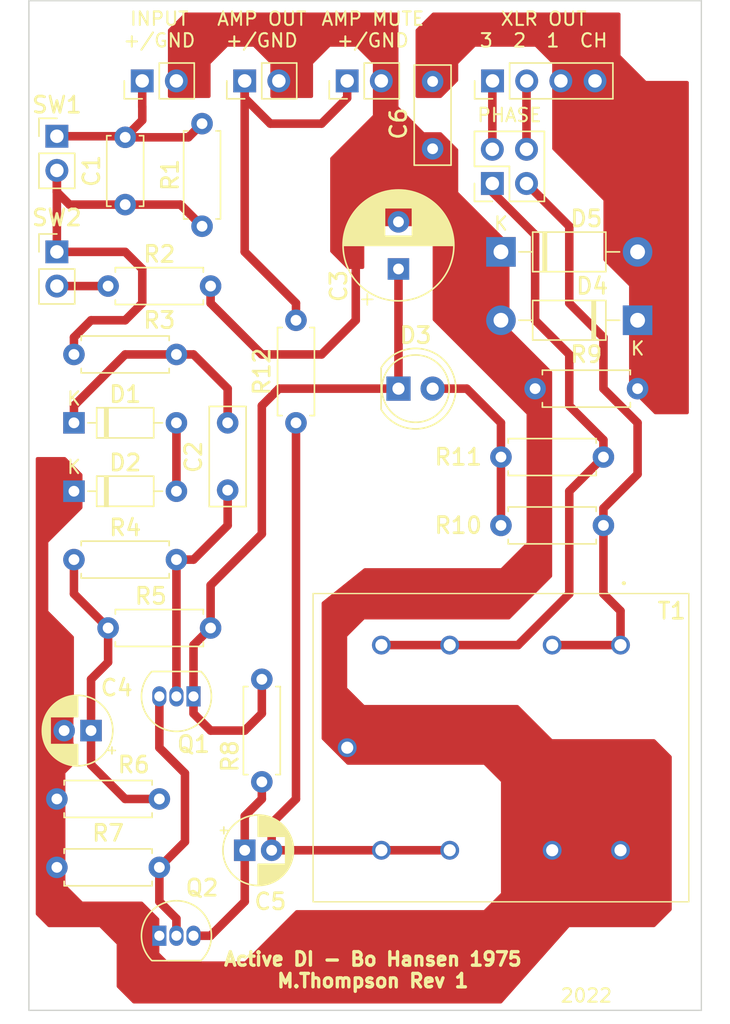
<source format=kicad_pcb>
(kicad_pcb (version 20211014) (generator pcbnew)
  (layers (0 "F.Cu" signal) (31 "B.Cu" signal) (34 "B.Paste" user) (35 "F.Paste" user) (36 "B.SilkS" user "B.Silkscreen") (37 "F.SilkS" user "F.Silkscreen") (38 "B.Mask" user) (39 "F.Mask" user) (44 "Edge.Cuts" user))
  (net 0 "")
  (net 1 "Net-(R10-Pad1)")
  (net 2 "Net-(J2-Pad1)")
  (net 3 "Net-(D3-Pad2)")
  (net 4 "Net-(C1-Pad1)")
  (net 5 "Net-(C1-Pad2)")
  (net 6 "Net-(R2-Pad1)")
  (net 7 "Net-(C2-Pad1)")
  (net 8 "Net-(C4-Pad1)")
  (net 9 "Net-(C2-Pad2)")
  (net 10 "Net-(C3-Pad1)")
  (net 11 "Net-(Q1-Pad3)")
  (net 12 "Net-(C5-Pad1)")
  (net 13 "Net-(D1-Pad2)")
  (net 14 "Net-(J3-Pad2)")
  (net 15 "Net-(C5-Pad2)")
  (net 16 "Net-(J3-Pad1)")
  (net 17 "Net-(R11-Pad1)")
  (net 18 "GND1")
  (net 19 "GND2")
  (footprint "Resistor_THT:R_Axial_DIN0207_L6.3mm_D2.5mm_P7.62mm_Horizontal" (layer "F.Cu") (at 133.35 96.52)
    (fp_text reference "R4" (at 3.81 -2.37 unlocked) (layer "F.SilkS") (effects (font (size 1.2 1.2) (thickness 0.2))))
    (fp_text value "1M")
    (pad "1" thru_hole circle (at 0 0) (size 1.6 1.6) (drill 0.8) (layers *.Cu *.Mask) (net 8 "Net-(C4-Pad1)"))
    (pad "2" thru_hole oval (at 7.62 0) (size 1.6 1.6) (drill 0.8) (layers *.Cu *.Mask) (net 9 "Net-(C2-Pad2)"))
  )
  (footprint "Capacitor_THT:C_Rect_L7.2mm_W2.5mm_P5.00mm_FKS2_FKP2_MKS2_MKP2" (layer "F.Cu") (at 144.78 86.36 -90)
    (fp_text reference "C2" (at 2.54 2.54 90 unlocked) (layer "F.SilkS") (effects (font (size 1.2 1.2) (thickness 0.2))))
    (fp_text value "100n")
    (pad "1" thru_hole circle (at 0 0 270) (size 1.6 1.6) (drill 0.8) (layers *.Cu *.Mask) (net 7 "Net-(C2-Pad1)"))
    (pad "2" thru_hole circle (at 5 0 270) (size 1.6 1.6) (drill 0.8) (layers *.Cu *.Mask) (net 9 "Net-(C2-Pad2)"))
  )
  (footprint "Resistor_THT:R_Axial_DIN0207_L6.3mm_D2.5mm_P7.62mm_Horizontal" (layer "F.Cu") (at 172.72 88.9 180)
    (fp_text reference "R11" (at 10.795 0 unlocked) (layer "F.SilkS") (effects (font (size 1.2 1.2) (thickness 0.2))))
    (fp_text value "6k8")
    (pad "1" thru_hole circle (at 0 0 180) (size 1.6 1.6) (drill 0.8) (layers *.Cu *.Mask) (net 17 "Net-(R11-Pad1)"))
    (pad "2" thru_hole oval (at 7.62 0 180) (size 1.6 1.6) (drill 0.8) (layers *.Cu *.Mask) (net 3 "Net-(D3-Pad2)"))
  )
  (footprint "Resistor_THT:R_Axial_DIN0207_L6.3mm_D2.5mm_P7.62mm_Horizontal" (layer "F.Cu") (at 142.875 71.755 90)
    (fp_text reference "R1" (at 3.81 -2.37 90 unlocked) (layer "F.SilkS") (effects (font (size 1.2 1.2) (thickness 0.2))))
    (fp_text value "2M2")
    (pad "1" thru_hole circle (at 0 0 90) (size 1.6 1.6) (drill 0.8) (layers *.Cu *.Mask) (net 4 "Net-(C1-Pad1)"))
    (pad "2" thru_hole oval (at 7.62 0 90) (size 1.6 1.6) (drill 0.8) (layers *.Cu *.Mask) (net 5 "Net-(C1-Pad2)"))
  )
  (footprint "Diode_THT:D_DO-35_SOD27_P7.62mm_Horizontal" (layer "F.Cu") (at 133.35 91.44)
    (fp_text reference "D2" (at 3.81 -2.12 unlocked) (layer "F.SilkS") (effects (font (size 1.2 1.2) (thickness 0.2))))
    (fp_text value "D_Zener")
    (fp_text user "K" (at 0 -1.8) (layer "F.SilkS"))
    (pad "1" thru_hole rect (at 0 0) (size 1.6 1.6) (drill 0.8) (layers *.Cu *.Mask) (net 18 "GND1"))
    (pad "2" thru_hole oval (at 7.62 0) (size 1.6 1.6) (drill 0.8) (layers *.Cu *.Mask) (net 13 "Net-(D1-Pad2)"))
  )
  (footprint "Resistor_THT:R_Axial_DIN0207_L6.3mm_D2.5mm_P7.62mm_Horizontal" (layer "F.Cu") (at 147.32 113.03 90)
    (fp_text reference "R8" (at 1.905 -2.37 90 unlocked) (layer "F.SilkS") (effects (font (size 1.2 1.2) (thickness 0.2))))
    (fp_text value "3k9")
    (pad "1" thru_hole circle (at 0 0 90) (size 1.6 1.6) (drill 0.8) (layers *.Cu *.Mask) (net 12 "Net-(C5-Pad1)"))
    (pad "2" thru_hole oval (at 7.62 0 90) (size 1.6 1.6) (drill 0.8) (layers *.Cu *.Mask) (net 10 "Net-(C3-Pad1)"))
  )
  (footprint "Connector_PinHeader_2.54mm:PinHeader_1x02_P2.54mm_Vertical" (layer "F.Cu") (at 153.665 60.96 90)
    (fp_text reference "SW4" hide)
    (fp_text value "Amp mute")
    (pad "1" thru_hole rect (at 0 0 90) (size 1.7 1.7) (drill 1) (layers *.Cu *.Mask) (net 2 "Net-(J2-Pad1)"))
    (pad "2" thru_hole oval (at 0 2.54 90) (size 1.7 1.7) (drill 1) (layers *.Cu *.Mask) (net 18 "GND1"))
  )
  (footprint "MountingHole:MountingHole_2.2mm_M2" (layer "F.Cu") (at 133 127)
    (fp_text reference "H2" hide)
    (fp_text value "MountingHole")
    (pad "" np_thru_hole circle (at 0 0) (size 2.2 2.2) (drill 2.2) (layers *.Cu *.Mask))
  )
  (footprint "Connector_PinHeader_2.54mm:PinHeader_1x02_P2.54mm_Vertical" (layer "F.Cu") (at 146.045 60.96 90)
    (fp_text reference "J2" hide)
    (fp_text value "Amp out")
    (pad "1" thru_hole rect (at 0 0 90) (size 1.7 1.7) (drill 1) (layers *.Cu *.Mask) (net 2 "Net-(J2-Pad1)"))
    (pad "2" thru_hole oval (at 0 2.54 90) (size 1.7 1.7) (drill 1) (layers *.Cu *.Mask) (net 18 "GND1"))
  )
  (footprint "Connector_PinHeader_2.54mm:PinHeader_1x02_P2.54mm_Vertical" (layer "F.Cu") (at 138.425 60.96 90)
    (fp_text reference "J1" hide)
    (fp_text value "Input")
    (pad "1" thru_hole rect (at 0 0 90) (size 1.7 1.7) (drill 1) (layers *.Cu *.Mask) (net 5 "Net-(C1-Pad2)"))
    (pad "2" thru_hole oval (at 0 2.54 90) (size 1.7 1.7) (drill 1) (layers *.Cu *.Mask) (net 18 "GND1"))
  )
  (footprint "Capacitor_THT:C_Disc_D5.0mm_W2.5mm_P5.00mm" (layer "F.Cu") (at 137.16 70.15 90)
    (fp_text reference "C1" (at 2.5 -2.5 90 unlocked) (layer "F.SilkS") (effects (font (size 1.2 1.2) (thickness 0.2))))
    (fp_text value "18p")
    (pad "1" thru_hole circle (at 0 0 90) (size 1.6 1.6) (drill 0.8) (layers *.Cu *.Mask) (net 4 "Net-(C1-Pad1)"))
    (pad "2" thru_hole circle (at 5 0 90) (size 1.6 1.6) (drill 0.8) (layers *.Cu *.Mask) (net 5 "Net-(C1-Pad2)"))
  )
  (footprint "Connector_PinHeader_2.54mm:PinHeader_1x02_P2.54mm_Vertical" (layer "F.Cu") (at 132.08 73.66)
    (fp_text reference "SW2" (at 0 -2.54 unlocked) (layer "F.SilkS") (effects (font (size 1.2 1.2) (thickness 0.2))))
    (fp_text value "SW_SPST")
    (pad "1" thru_hole rect (at 0 0) (size 1.7 1.7) (drill 1) (layers *.Cu *.Mask) (net 4 "Net-(C1-Pad1)"))
    (pad "2" thru_hole oval (at 0 2.54) (size 1.7 1.7) (drill 1) (layers *.Cu *.Mask) (net 6 "Net-(R2-Pad1)"))
  )
  (footprint "Resistor_THT:R_Axial_DIN0207_L6.3mm_D2.5mm_P7.62mm_Horizontal" (layer "F.Cu") (at 135.89 101.6)
    (fp_text reference "R5" (at 3.175 -2.37 unlocked) (layer "F.SilkS") (effects (font (size 1.2 1.2) (thickness 0.2))))
    (fp_text value "100k")
    (pad "1" thru_hole circle (at 0 0) (size 1.6 1.6) (drill 0.8) (layers *.Cu *.Mask) (net 8 "Net-(C4-Pad1)"))
    (pad "2" thru_hole oval (at 7.62 0) (size 1.6 1.6) (drill 0.8) (layers *.Cu *.Mask) (net 10 "Net-(C3-Pad1)"))
  )
  (footprint "Capacitor_THT:CP_Radial_D8.0mm_P3.50mm" (layer "F.Cu") (at 157.48 74.93 90)
    (fp_text reference "C3" (at -1.27 -4.445 90 unlocked) (layer "F.SilkS") (effects (font (size 1.2 1.2) (thickness 0.2))))
    (fp_text value "100u")
    (pad "1" thru_hole rect (at 0 0 90) (size 1.6 1.6) (drill 0.8) (layers *.Cu *.Mask) (net 10 "Net-(C3-Pad1)"))
    (pad "2" thru_hole circle (at 3.5 0 90) (size 1.6 1.6) (drill 0.8) (layers *.Cu *.Mask) (net 18 "GND1"))
  )
  (footprint "Capacitor_THT:C_Rect_L7.2mm_W2.5mm_P5.00mm_FKS2_FKP2_MKS2_MKP2" (layer "F.Cu") (at 160.02 66 90)
    (fp_text reference "C6" (at 1.865 -2.54 90 unlocked) (layer "F.SilkS") (effects (font (size 1.2 1.2) (thickness 0.2))))
    (fp_text value "100n")
    (pad "1" thru_hole circle (at 0 0 90) (size 1.6 1.6) (drill 0.8) (layers *.Cu *.Mask) (net 18 "GND1"))
    (pad "2" thru_hole circle (at 5 0 90) (size 1.6 1.6) (drill 0.8) (layers *.Cu *.Mask) (net 19 "GND2"))
  )
  (footprint "Diode_THT:D_DO-41_SOD81_P10.16mm_Horizontal" (layer "F.Cu") (at 165.1 73.66)
    (fp_text reference "D5" (at 6.35 -2.47 unlocked) (layer "F.SilkS") (effects (font (size 1.2 1.2) (thickness 0.2))))
    (fp_text value "1N4004")
    (fp_text user "K" (at 0 -2.1) (layer "F.SilkS"))
    (pad "1" thru_hole rect (at 0 0) (size 2.2 2.2) (drill 1.1) (layers *.Cu *.Mask) (net 18 "GND1"))
    (pad "2" thru_hole oval (at 10.16 0) (size 2.2 2.2) (drill 1.1) (layers *.Cu *.Mask) (net 19 "GND2"))
  )
  (footprint "SamacSys_Parts:A262A3E" (layer "F.Cu") (at 173.99 102.87)
    (fp_text reference "T1" (at 3.81 -2.54 unlocked) (layer "F.SilkS") (effects (font (size 1.2 1.2) (thickness 0.2))))
    (fp_text value "A262A3E" hide)
    (pad "A1" thru_hole circle locked (at 0 0) (size 1.4 1.4) (drill 0.9) (layers *.Cu *.Mask) (net 1 "Net-(R10-Pad1)"))
    (pad "A2" thru_hole circle locked (at -5.08 0) (size 1.4 1.4) (drill 0.9) (layers *.Cu *.Mask) (net 1 "Net-(R10-Pad1)"))
    (pad "A3" thru_hole circle locked (at -12.7 0) (size 1.4 1.4) (drill 0.9) (layers *.Cu *.Mask) (net 17 "Net-(R11-Pad1)"))
    (pad "A4" thru_hole circle locked (at -17.78 0) (size 1.4 1.4) (drill 0.9) (layers *.Cu *.Mask) (net 17 "Net-(R11-Pad1)"))
    (pad "B1" thru_hole circle locked (at -17.78 15.24) (size 1.4 1.4) (drill 0.9) (layers *.Cu *.Mask) (net 15 "Net-(C5-Pad2)"))
    (pad "B2" thru_hole circle locked (at -12.7 15.24) (size 1.4 1.4) (drill 0.9) (layers *.Cu *.Mask) (net 15 "Net-(C5-Pad2)"))
    (pad "B3" thru_hole circle locked (at -5.08 15.24) (size 1.4 1.4) (drill 0.9) (layers *.Cu *.Mask) (net 18 "GND1"))
    (pad "B4" thru_hole circle locked (at 0 15.24) (size 1.4 1.4) (drill 0.9) (layers *.Cu *.Mask) (net 18 "GND1"))
    (pad "MH1" thru_hole circle locked (at -20.32 7.62) (size 1.4 1.4) (drill 0.9) (layers *.Cu *.Mask) (net 18 "GND1"))
  )
  (footprint "MountingHole:MountingHole_2.2mm_M2" (layer "F.Cu") (at 177 58)
    (fp_text reference "H3" hide)
    (fp_text value "MountingHole")
    (pad "" np_thru_hole circle (at 0 0) (size 2.2 2.2) (drill 2.2) (layers *.Cu *.Mask))
  )
  (footprint "Resistor_THT:R_Axial_DIN0207_L6.3mm_D2.5mm_P7.62mm_Horizontal" (layer "F.Cu") (at 175.26 83.82 180)
    (fp_text reference "R9" (at 3.81 2.54 unlocked) (layer "F.SilkS") (effects (font (size 1.2 1.2) (thickness 0.2))))
    (fp_text value "100R")
    (pad "1" thru_hole circle (at 0 0 180) (size 1.6 1.6) (drill 0.8) (layers *.Cu *.Mask) (net 19 "GND2"))
    (pad "2" thru_hole oval (at 7.62 0 180) (size 1.6 1.6) (drill 0.8) (layers *.Cu *.Mask) (net 18 "GND1"))
  )
  (footprint "MountingHole:MountingHole_2.2mm_M2" (layer "F.Cu") (at 133 58)
    (fp_text reference "H1" hide)
    (fp_text value "MountingHole")
    (pad "" np_thru_hole circle (at 0 0) (size 2.2 2.2) (drill 2.2) (layers *.Cu *.Mask))
  )
  (footprint "Connector_PinHeader_2.54mm:PinHeader_2x02_P2.54mm_Vertical" (layer "F.Cu") (at 164.46 68.58 90)
    (fp_text reference "SW3" hide)
    (fp_text value "Pol sw")
    (pad "1" thru_hole rect (at 0 0 90) (size 1.7 1.7) (drill 1) (layers *.Cu *.Mask) (net 17 "Net-(R11-Pad1)"))
    (pad "2" thru_hole oval (at 2.54 0 90) (size 1.7 1.7) (drill 1) (layers *.Cu *.Mask) (net 16 "Net-(J3-Pad1)"))
    (pad "3" thru_hole oval (at 0 2.54 90) (size 1.7 1.7) (drill 1) (layers *.Cu *.Mask) (net 1 "Net-(R10-Pad1)"))
    (pad "4" thru_hole oval (at 2.54 2.54 90) (size 1.7 1.7) (drill 1) (layers *.Cu *.Mask) (net 14 "Net-(J3-Pad2)"))
  )
  (footprint "Capacitor_THT:CP_Radial_D5.0mm_P2.00mm" (layer "F.Cu") (at 146.05 118.11)
    (fp_text reference "C5" (at 1.905 3.81 unlocked) (layer "F.SilkS") (effects (font (size 1.2 1.2) (thickness 0.2))))
    (fp_text value "10u")
    (pad "1" thru_hole rect (at 0 0) (size 1.6 1.6) (drill 0.8) (layers *.Cu *.Mask) (net 12 "Net-(C5-Pad1)"))
    (pad "2" thru_hole circle (at 2 0) (size 1.6 1.6) (drill 0.8) (layers *.Cu *.Mask) (net 15 "Net-(C5-Pad2)"))
  )
  (footprint "Resistor_THT:R_Axial_DIN0207_L6.3mm_D2.5mm_P7.62mm_Horizontal" (layer "F.Cu") (at 172.72 93.98 180)
    (fp_text reference "R10" (at 10.795 0 unlocked) (layer "F.SilkS") (effects (font (size 1.2 1.2) (thickness 0.2))))
    (fp_text value "6k8")
    (pad "1" thru_hole circle (at 0 0 180) (size 1.6 1.6) (drill 0.8) (layers *.Cu *.Mask) (net 1 "Net-(R10-Pad1)"))
    (pad "2" thru_hole oval (at 7.62 0 180) (size 1.6 1.6) (drill 0.8) (layers *.Cu *.Mask) (net 3 "Net-(D3-Pad2)"))
  )
  (footprint "Capacitor_THT:CP_Radial_D5.0mm_P2.00mm" (layer "F.Cu") (at 134.62 109.22 180)
    (fp_text reference "C4" (at -1.905 3.175 unlocked) (layer "F.SilkS") (effects (font (size 1.2 1.2) (thickness 0.2))))
    (fp_text value "10u")
    (pad "1" thru_hole rect (at 0 0 180) (size 1.6 1.6) (drill 0.8) (layers *.Cu *.Mask) (net 8 "Net-(C4-Pad1)"))
    (pad "2" thru_hole circle (at 2 0 180) (size 1.6 1.6) (drill 0.8) (layers *.Cu *.Mask) (net 18 "GND1"))
  )
  (footprint "Resistor_THT:R_Axial_DIN0207_L6.3mm_D2.5mm_P7.62mm_Horizontal" (layer "F.Cu") (at 139.7 114.3 180)
    (fp_text reference "R6" (at 1.905 2.54 unlocked) (layer "F.SilkS") (effects (font (size 1.2 1.2) (thickness 0.2))))
    (fp_text value "100k")
    (pad "1" thru_hole circle (at 0 0 180) (size 1.6 1.6) (drill 0.8) (layers *.Cu *.Mask) (net 8 "Net-(C4-Pad1)"))
    (pad "2" thru_hole oval (at 7.62 0 180) (size 1.6 1.6) (drill 0.8) (layers *.Cu *.Mask) (net 18 "GND1"))
  )
  (footprint "Resistor_THT:R_Axial_DIN0207_L6.3mm_D2.5mm_P7.62mm_Horizontal" (layer "F.Cu") (at 149.86 86.36 90)
    (fp_text reference "R12" (at 3.81 -2.54 90 unlocked) (layer "F.SilkS") (effects (font (size 1.2 1.2) (thickness 0.2))))
    (fp_text value "10k")
    (pad "1" thru_hole circle (at 0 0 90) (size 1.6 1.6) (drill 0.8) (layers *.Cu *.Mask) (net 15 "Net-(C5-Pad2)"))
    (pad "2" thru_hole oval (at 7.62 0 90) (size 1.6 1.6) (drill 0.8) (layers *.Cu *.Mask) (net 2 "Net-(J2-Pad1)"))
  )
  (footprint "Diode_THT:D_DO-41_SOD81_P10.16mm_Horizontal" (layer "F.Cu") (at 175.26 78.74 180)
    (fp_text reference "D4" (at 3.38 2.54 unlocked) (layer "F.SilkS") (effects (font (size 1.2 1.2) (thickness 0.2))))
    (fp_text value "1N4004")
    (fp_text user "K" (at 0 -2.1) (layer "F.SilkS"))
    (pad "1" thru_hole rect (at 0 0 180) (size 2.2 2.2) (drill 1.1) (layers *.Cu *.Mask) (net 19 "GND2"))
    (pad "2" thru_hole oval (at 10.16 0 180) (size 2.2 2.2) (drill 1.1) (layers *.Cu *.Mask) (net 18 "GND1"))
  )
  (footprint "Package_TO_SOT_THT:TO-92_Inline" (layer "F.Cu") (at 139.7 124.46)
    (fp_text reference "Q2" (at 3.175 -3.56 unlocked) (layer "F.SilkS") (effects (font (size 1.2 1.2) (thickness 0.2))))
    (fp_text value "BC560")
    (pad "1" thru_hole rect (at 0 0) (size 1.05 1.5) (drill 0.75) (layers *.Cu *.Mask) (net 18 "GND1"))
    (pad "2" thru_hole oval (at 1.27 0) (size 1.05 1.5) (drill 0.75) (layers *.Cu *.Mask) (net 11 "Net-(Q1-Pad3)"))
    (pad "3" thru_hole oval (at 2.54 0) (size 1.05 1.5) (drill 0.75) (layers *.Cu *.Mask) (net 12 "Net-(C5-Pad1)"))
  )
  (footprint "LED_THT:LED_D5.0mm" (layer "F.Cu") (at 157.48 83.82)
    (fp_text reference "D3" (at 1.27 -3.96 unlocked) (layer "F.SilkS") (effects (font (size 1.2 1.2) (thickness 0.2))))
    (fp_text value "LED")
    (pad "1" thru_hole rect (at 0 0) (size 1.8 1.8) (drill 0.9) (layers *.Cu *.Mask) (net 10 "Net-(C3-Pad1)"))
    (pad "2" thru_hole circle (at 2.54 0) (size 1.8 1.8) (drill 0.9) (layers *.Cu *.Mask) (net 3 "Net-(D3-Pad2)"))
  )
  (footprint "Resistor_THT:R_Axial_DIN0207_L6.3mm_D2.5mm_P7.62mm_Horizontal" (layer "F.Cu") (at 140.97 81.28 180)
    (fp_text reference "R3" (at 1.27 2.54 unlocked) (layer "F.SilkS") (effects (font (size 1.2 1.2) (thickness 0.2))))
    (fp_text value "10k")
    (pad "1" thru_hole circle (at 0 0 180) (size 1.6 1.6) (drill 0.8) (layers *.Cu *.Mask) (net 7 "Net-(C2-Pad1)"))
    (pad "2" thru_hole oval (at 7.62 0 180) (size 1.6 1.6) (drill 0.8) (layers *.Cu *.Mask) (net 4 "Net-(C1-Pad1)"))
  )
  (footprint "Diode_THT:D_DO-35_SOD27_P7.62mm_Horizontal" (layer "F.Cu") (at 133.35 86.36)
    (fp_text reference "D1" (at 3.81 -2.12 unlocked) (layer "F.SilkS") (effects (font (size 1.2 1.2) (thickness 0.2))))
    (fp_text value "D_Zener")
    (fp_text user "K" (at 0 -1.8) (layer "F.SilkS"))
    (pad "1" thru_hole rect (at 0 0) (size 1.6 1.6) (drill 0.8) (layers *.Cu *.Mask) (net 7 "Net-(C2-Pad1)"))
    (pad "2" thru_hole oval (at 7.62 0) (size 1.6 1.6) (drill 0.8) (layers *.Cu *.Mask) (net 13 "Net-(D1-Pad2)"))
  )
  (footprint "Resistor_THT:R_Axial_DIN0207_L6.3mm_D2.5mm_P7.62mm_Horizontal" (layer "F.Cu") (at 135.89 76.2)
    (fp_text reference "R2" (at 3.81 -2.37 unlocked) (layer "F.SilkS") (effects (font (size 1.2 1.2) (thickness 0.2))))
    (fp_text value "330k")
    (pad "1" thru_hole circle (at 0 0) (size 1.6 1.6) (drill 0.8) (layers *.Cu *.Mask) (net 6 "Net-(R2-Pad1)"))
    (pad "2" thru_hole oval (at 7.62 0) (size 1.6 1.6) (drill 0.8) (layers *.Cu *.Mask) (net 18 "GND1"))
  )
  (footprint "Connector_PinHeader_2.54mm:PinHeader_1x02_P2.54mm_Vertical" (layer "F.Cu") (at 132.08 65.07)
    (fp_text reference "SW1" (at 0 -2.33 unlocked) (layer "F.SilkS") (effects (font (size 1.2 1.2) (thickness 0.2))))
    (fp_text value "SW_SPST")
    (pad "1" thru_hole rect (at 0 0) (size 1.7 1.7) (drill 1) (layers *.Cu *.Mask) (net 5 "Net-(C1-Pad2)"))
    (pad "2" thru_hole oval (at 0 2.54) (size 1.7 1.7) (drill 1) (layers *.Cu *.Mask) (net 4 "Net-(C1-Pad1)"))
  )
  (footprint "Connector_PinHeader_2.54mm:PinHeader_1x04_P2.54mm_Vertical" (layer "F.Cu") (at 164.475 60.96 90)
    (fp_text reference "J3" hide)
    (fp_text value "XLR out")
    (pad "1" thru_hole rect (at 0 0 90) (size 1.7 1.7) (drill 1) (layers *.Cu *.Mask) (net 16 "Net-(J3-Pad1)"))
    (pad "2" thru_hole oval (at 0 2.54 90) (size 1.7 1.7) (drill 1) (layers *.Cu *.Mask) (net 14 "Net-(J3-Pad2)"))
    (pad "3" thru_hole oval (at 0 5.08 90) (size 1.7 1.7) (drill 1) (layers *.Cu *.Mask) (net 19 "GND2"))
    (pad "4" thru_hole oval (at 0 7.62 90) (size 1.7 1.7) (drill 1) (layers *.Cu *.Mask) (net 19 "GND2"))
  )
  (footprint "Resistor_THT:R_Axial_DIN0207_L6.3mm_D2.5mm_P7.62mm_Horizontal" (layer "F.Cu") (at 139.7 119.38 180)
    (fp_text reference "R7" (at 3.81 2.54 unlocked) (layer "F.SilkS") (effects (font (size 1.2 1.2) (thickness 0.2))))
    (fp_text value "100k")
    (pad "1" thru_hole circle (at 0 0 180) (size 1.6 1.6) (drill 0.8) (layers *.Cu *.Mask) (net 11 "Net-(Q1-Pad3)"))
    (pad "2" thru_hole oval (at 7.62 0 180) (size 1.6 1.6) (drill 0.8) (layers *.Cu *.Mask) (net 18 "GND1"))
  )
  (footprint "Package_TO_SOT_THT:TO-92_Inline" (layer "F.Cu") (at 142.24 106.68 180)
    (fp_text reference "Q1" (at 0 -3.56 unlocked) (layer "F.SilkS") (effects (font (size 1.2 1.2) (thickness 0.2))))
    (fp_text value "BC550")
    (pad "1" thru_hole rect (at 0 0 180) (size 1.05 1.5) (drill 0.75) (layers *.Cu *.Mask) (net 10 "Net-(C3-Pad1)"))
    (pad "2" thru_hole oval (at 1.27 0 180) (size 1.05 1.5) (drill 0.75) (layers *.Cu *.Mask) (net 9 "Net-(C2-Pad2)"))
    (pad "3" thru_hole oval (at 2.54 0 180) (size 1.05 1.5) (drill 0.75) (layers *.Cu *.Mask) (net 11 "Net-(Q1-Pad3)"))
  )
  (footprint "MountingHole:MountingHole_2.2mm_M2" (layer "F.Cu") (at 177 127)
    (fp_text reference "H4" hide)
    (fp_text value "MountingHole")
    (pad "" np_thru_hole circle (at 0 0) (size 2.2 2.2) (drill 2.2) (layers *.Cu *.Mask))
  )
  (gr_line (start 180 130) (end 180 55) (layer "Edge.Cuts") (width 0.1))
  (gr_line (start 130 55) (end 130 130) (layer "Edge.Cuts") (width 0.1))
  (gr_line (start 130 130) (end 180 130) (layer "Edge.Cuts") (width 0.1))
  (gr_line (start 180 55) (end 130 55) (layer "Edge.Cuts") (width 0.1))
  (gr_text "PHASE" (at 165.735 63.5) (layer "F.SilkS") (effects (font (size 1 1))))
  (gr_text "Active DI - Bo Hansen 1975\nM.Thompson Rev 1" (at 155.575 127) (layer "F.SilkS") (effects (font (size 1 1) (thickness 0.25))))
  (gr_text "2022" (at 171.45 128.905) (layer "F.SilkS") (effects (font (size 1 1))))
  (gr_text "INPUT\n+/GND" (at 139.7 57.15) (layer "F.SilkS") (effects (font (size 1 1))))
  (gr_text "XLR OUT\n3  2  1  CH" (at 168.275 57.15) (layer "F.SilkS") (effects (font (size 1 1))))
  (gr_text "AMP MUTE\n+/GND" (at 155.575 57.15) (layer "F.SilkS") (effects (font (size 1 1))))
  (gr_text "AMP OUT\n+/GND" (at 147.32 57.15) (layer "F.SilkS") (effects (font (size 1 1))))
  (segment (start 167 68.58) (end 170.18 71.76) (width 0.635) (layer "F.Cu") (net 1))
  (segment (start 173.99 102.87) (end 168.91 102.87) (width 0.635) (layer "F.Cu") (net 1))
  (segment (start 172.72 80.01) (end 172.72 83.82) (width 0.635) (layer "F.Cu") (net 1))
  (segment (start 173.99 102.87) (end 173.99 100.33) (width 0.635) (layer "F.Cu") (net 1))
  (segment (start 172.72 92.71) (end 172.72 93.98) (width 0.635) (layer "F.Cu") (net 1))
  (segment (start 172.72 83.82) (end 175.26 86.36) (width 0.635) (layer "F.Cu") (net 1))
  (segment (start 175.26 86.36) (end 175.26 90.17) (width 0.635) (layer "F.Cu") (net 1))
  (segment (start 170.18 77.47) (end 172.72 80.01) (width 0.635) (layer "F.Cu") (net 1))
  (segment (start 173.99 100.33) (end 172.72 99.06) (width 0.635) (layer "F.Cu") (net 1))
  (segment (start 170.18 71.76) (end 170.18 77.47) (width 0.635) (layer "F.Cu") (net 1))
  (segment (start 175.26 90.17) (end 172.72 92.71) (width 0.635) (layer "F.Cu") (net 1))
  (segment (start 172.72 99.06) (end 172.72 93.98) (width 0.635) (layer "F.Cu") (net 1))
  (segment (start 146.045 73.655) (end 146.045 60.96) (width 0.635) (layer "F.Cu") (net 2))
  (segment (start 146.045 60.96) (end 146.045 62.23) (width 0.635) (layer "F.Cu") (net 2))
  (segment (start 149.86 77.47) (end 146.045 73.655) (width 0.635) (layer "F.Cu") (net 2))
  (segment (start 151.76 64.135) (end 153.665 62.23) (width 0.635) (layer "F.Cu") (net 2))
  (segment (start 147.95 64.135) (end 151.76 64.135) (width 0.635) (layer "F.Cu") (net 2))
  (segment (start 146.045 62.23) (end 147.95 64.135) (width 0.635) (layer "F.Cu") (net 2))
  (segment (start 153.665 62.23) (end 153.665 60.96) (width 0.635) (layer "F.Cu") (net 2))
  (segment (start 149.86 78.74) (end 149.86 77.47) (width 0.635) (layer "F.Cu") (net 2))
  (segment (start 162.56 83.82) (end 165.1 86.36) (width 0.635) (layer "F.Cu") (net 3))
  (segment (start 165.1 86.36) (end 165.1 88.9) (width 0.635) (layer "F.Cu") (net 3))
  (segment (start 165.1 93.98) (end 165.1 88.9) (width 0.635) (layer "F.Cu") (net 3))
  (segment (start 160.02 83.82) (end 162.56 83.82) (width 0.635) (layer "F.Cu") (net 3))
  (segment (start 138.43 74.93) (end 138.43 77.47) (width 0.635) (layer "F.Cu") (net 4))
  (segment (start 132.08 73.66) (end 137.16 73.66) (width 0.635) (layer "F.Cu") (net 4))
  (segment (start 141.27 70.15) (end 142.875 71.755) (width 0.635) (layer "F.Cu") (net 4))
  (segment (start 132.08 67.61) (end 132.08 73.66) (width 0.635) (layer "F.Cu") (net 4))
  (segment (start 132.08 69.215) (end 133.015 70.15) (width 0.635) (layer "F.Cu") (net 4))
  (segment (start 137.16 70.15) (end 141.27 70.15) (width 0.635) (layer "F.Cu") (net 4))
  (segment (start 132.08 67.61) (end 132.08 69.215) (width 0.635) (layer "F.Cu") (net 4))
  (segment (start 133.015 70.15) (end 137.16 70.15) (width 0.635) (layer "F.Cu") (net 4))
  (segment (start 137.16 78.74) (end 134.62 78.74) (width 0.635) (layer "F.Cu") (net 4))
  (segment (start 138.43 77.47) (end 137.16 78.74) (width 0.635) (layer "F.Cu") (net 4))
  (segment (start 133.35 80.01) (end 133.35 81.28) (width 0.635) (layer "F.Cu") (net 4))
  (segment (start 134.62 78.74) (end 133.35 80.01) (width 0.635) (layer "F.Cu") (net 4))
  (segment (start 137.16 73.66) (end 138.43 74.93) (width 0.635) (layer "F.Cu") (net 4))
  (segment (start 132.08 65.07) (end 137.08 65.07) (width 0.635) (layer "F.Cu") (net 5))
  (segment (start 137.08 65.07) (end 137.16 65.15) (width 0.635) (layer "F.Cu") (net 5))
  (segment (start 138.43 63.88) (end 137.16 65.15) (width 0.635) (layer "F.Cu") (net 5))
  (segment (start 141.86 65.15) (end 142.875 64.135) (width 0.635) (layer "F.Cu") (net 5))
  (segment (start 138.43 62.865) (end 138.43 63.88) (width 0.635) (layer "F.Cu") (net 5))
  (segment (start 137.16 65.15) (end 141.86 65.15) (width 0.635) (layer "F.Cu") (net 5))
  (segment (start 138.425 62.86) (end 138.43 62.865) (width 0.635) (layer "F.Cu") (net 5))
  (segment (start 138.425 60.96) (end 138.425 62.86) (width 0.635) (layer "F.Cu") (net 5))
  (segment (start 132.08 76.2) (end 135.89 76.2) (width 0.635) (layer "F.Cu") (net 6))
  (segment (start 133.35 85.09) (end 133.35 86.36) (width 0.635) (layer "F.Cu") (net 7))
  (segment (start 144.78 83.82) (end 144.78 86.36) (width 0.635) (layer "F.Cu") (net 7))
  (segment (start 142.24 81.28) (end 144.78 83.82) (width 0.635) (layer "F.Cu") (net 7))
  (segment (start 140.97 81.28) (end 142.24 81.28) (width 0.635) (layer "F.Cu") (net 7))
  (segment (start 140.97 81.28) (end 137.16 81.28) (width 0.635) (layer "F.Cu") (net 7))
  (segment (start 137.16 81.28) (end 133.35 85.09) (width 0.635) (layer "F.Cu") (net 7))
  (segment (start 135.89 101.6) (end 135.89 104.14) (width 0.635) (layer "F.Cu") (net 8))
  (segment (start 137.16 114.3) (end 134.62 111.76) (width 0.635) (layer "F.Cu") (net 8))
  (segment (start 133.35 96.52) (end 133.35 99.06) (width 0.635) (layer "F.Cu") (net 8))
  (segment (start 139.7 114.3) (end 137.16 114.3) (width 0.635) (layer "F.Cu") (net 8))
  (segment (start 134.62 111.76) (end 134.62 109.22) (width 0.635) (layer "F.Cu") (net 8))
  (segment (start 135.89 104.14) (end 134.62 105.41) (width 0.635) (layer "F.Cu") (net 8))
  (segment (start 133.35 99.06) (end 135.89 101.6) (width 0.635) (layer "F.Cu") (net 8))
  (segment (start 134.62 105.41) (end 134.62 109.22) (width 0.635) (layer "F.Cu") (net 8))
  (segment (start 142.24 96.52) (end 140.97 96.52) (width 0.635) (layer "F.Cu") (net 9))
  (segment (start 140.97 106.68) (end 140.97 96.52) (width 0.635) (layer "F.Cu") (net 9))
  (segment (start 144.78 93.98) (end 142.24 96.52) (width 0.635) (layer "F.Cu") (net 9))
  (segment (start 144.78 91.36) (end 144.78 93.98) (width 0.635) (layer "F.Cu") (net 9))
  (segment (start 157.48 83.82) (end 157.48 74.93) (width 0.635) (layer "F.Cu") (net 10))
  (segment (start 147.32 85.09) (end 147.32 94.615) (width 0.635) (layer "F.Cu") (net 10))
  (segment (start 147.32 94.615) (end 143.51 98.425) (width 0.635) (layer "F.Cu") (net 10))
  (segment (start 148.59 83.82) (end 147.32 85.09) (width 0.635) (layer "F.Cu") (net 10))
  (segment (start 147.32 107.95) (end 147.32 105.41) (width 0.635) (layer "F.Cu") (net 10))
  (segment (start 142.24 102.87) (end 143.51 101.6) (width 0.635) (layer "F.Cu") (net 10))
  (segment (start 143.51 109.22) (end 146.05 109.22) (width 0.635) (layer "F.Cu") (net 10))
  (segment (start 142.24 106.68) (end 142.24 102.87) (width 0.635) (layer "F.Cu") (net 10))
  (segment (start 146.05 109.22) (end 147.32 107.95) (width 0.635) (layer "F.Cu") (net 10))
  (segment (start 142.24 107.95) (end 143.51 109.22) (width 0.635) (layer "F.Cu") (net 10))
  (segment (start 157.48 83.82) (end 148.59 83.82) (width 0.635) (layer "F.Cu") (net 10))
  (segment (start 143.51 98.425) (end 143.51 101.6) (width 0.635) (layer "F.Cu") (net 10))
  (segment (start 142.24 106.68) (end 142.24 107.95) (width 0.635) (layer "F.Cu") (net 10))
  (segment (start 141.605 112.395) (end 141.605 117.475) (width 0.635) (layer "F.Cu") (net 11))
  (segment (start 139.7 121.92) (end 139.7 119.38) (width 0.635) (layer "F.Cu") (net 11))
  (segment (start 139.7 106.68) (end 139.7 110.49) (width 0.635) (layer "F.Cu") (net 11))
  (segment (start 140.97 123.19) (end 139.7 121.92) (width 0.635) (layer "F.Cu") (net 11))
  (segment (start 141.605 117.475) (end 139.7 119.38) (width 0.635) (layer "F.Cu") (net 11))
  (segment (start 139.7 110.49) (end 141.605 112.395) (width 0.635) (layer "F.Cu") (net 11))
  (segment (start 140.97 124.46) (end 140.97 123.19) (width 0.635) (layer "F.Cu") (net 11))
  (segment (start 142.24 124.46) (end 143.51 124.46) (width 0.635) (layer "F.Cu") (net 12))
  (segment (start 143.51 124.46) (end 146.05 121.92) (width 0.635) (layer "F.Cu") (net 12))
  (segment (start 147.32 114.3) (end 147.32 113.03) (width 0.635) (layer "F.Cu") (net 12))
  (segment (start 146.05 118.11) (end 146.05 115.57) (width 0.635) (layer "F.Cu") (net 12))
  (segment (start 146.05 115.57) (end 147.32 114.3) (width 0.635) (layer "F.Cu") (net 12))
  (segment (start 146.05 121.92) (end 146.05 118.11) (width 0.635) (layer "F.Cu") (net 12))
  (segment (start 140.97 86.36) (end 140.97 91.44) (width 0.635) (layer "F.Cu") (net 13))
  (segment (start 167 60.975) (end 167.015 60.96) (width 0.635) (layer "F.Cu") (net 14))
  (segment (start 167 66.04) (end 167 60.975) (width 0.635) (layer "F.Cu") (net 14))
  (segment (start 148.05 118.11) (end 148.05 116.11) (width 0.635) (layer "F.Cu") (net 15))
  (segment (start 161.29 118.11) (end 156.21 118.11) (width 0.635) (layer "F.Cu") (net 15))
  (segment (start 148.05 116.11) (end 149.86 114.3) (width 0.635) (layer "F.Cu") (net 15))
  (segment (start 156.21 118.11) (end 148.05 118.11) (width 0.635) (layer "F.Cu") (net 15))
  (segment (start 149.86 114.3) (end 149.86 86.36) (width 0.635) (layer "F.Cu") (net 15))
  (segment (start 164.46 66.04) (end 164.46 60.975) (width 0.635) (layer "F.Cu") (net 16))
  (segment (start 164.46 60.975) (end 164.475 60.96) (width 0.635) (layer "F.Cu") (net 16))
  (segment (start 172.72 87.63) (end 172.72 88.9) (width 0.635) (layer "F.Cu") (net 17))
  (segment (start 164.46 69.21) (end 167.64 72.39) (width 0.635) (layer "F.Cu") (net 17))
  (segment (start 167.64 78.74) (end 170.18 81.28) (width 0.635) (layer "F.Cu") (net 17))
  (segment (start 167.64 72.39) (end 167.64 78.74) (width 0.635) (layer "F.Cu") (net 17))
  (segment (start 166.37 102.87) (end 170.18 99.06) (width 0.635) (layer "F.Cu") (net 17))
  (segment (start 164.46 68.58) (end 164.46 69.21) (width 0.635) (layer "F.Cu") (net 17))
  (segment (start 170.18 91.44) (end 172.72 88.9) (width 0.635) (layer "F.Cu") (net 17))
  (segment (start 161.29 102.87) (end 166.37 102.87) (width 0.635) (layer "F.Cu") (net 17))
  (segment (start 170.18 81.28) (end 170.18 85.09) (width 0.635) (layer "F.Cu") (net 17))
  (segment (start 156.21 102.87) (end 161.29 102.87) (width 0.635) (layer "F.Cu") (net 17))
  (segment (start 170.18 85.09) (end 172.72 87.63) (width 0.635) (layer "F.Cu") (net 17))
  (segment (start 170.18 99.06) (end 170.18 91.44) (width 0.635) (layer "F.Cu") (net 17))
  (segment (start 147.32 81.28) (end 151.765 81.28) (width 0.635) (layer "F.Cu") (net 18))
  (segment (start 151.765 81.28) (end 154.305 78.74) (width 0.635) (layer "F.Cu") (net 18))
  (segment (start 155.575 70.485) (end 156.535 70.485) (width 0.635) (layer "F.Cu") (net 18))
  (segment (start 154.305 71.755) (end 155.575 70.485) (width 0.635) (layer "F.Cu") (net 18))
  (segment (start 154.305 78.74) (end 154.305 71.755) (width 0.635) (layer "F.Cu") (net 18))
  (segment (start 156.535 70.485) (end 157.48 71.43) (width 0.635) (layer "F.Cu") (net 18))
  (segment (start 143.51 76.2) (end 143.51 77.47) (width 0.635) (layer "F.Cu") (net 18))
  (segment (start 143.51 77.47) (end 147.32 81.28) (width 0.635) (layer "F.Cu") (net 18))
  (zone (net 18) (net_name "GND1") (layer "F.Cu") (name "TopGND") (connect_pads yes (clearance 0.508)) (min_thickness 0.254) (fill yes (thermal_gap 0.508) (thermal_bridge_width 0.508))
    (polygon (pts (xy 157.48 62.865) (xy 159.385 64.77) (xy 160.655 64.77) (xy 161.925 66.04) (xy 161.925 69.215) (xy 165.735 73.025) (xy 165.735 79.375) (xy 168.91 82.55) (xy 168.91 97.79) (xy 165.735 100.965) (xy 154.94 100.965) (xy 153.67 102.235) (xy 153.67 106.045) (xy 154.94 107.315) (xy 166.37 107.315) (xy 168.91 109.855) (xy 176.53 109.855) (xy 177.8 111.125) (xy 177.8 122.555) (xy 176.53 123.825) (xy 170.18 123.825) (xy 165.1 129.54) (xy 137.795 129.54) (xy 136.525 128.27) (xy 136.525 125.095) (xy 135.255 123.825) (xy 131.445 123.825) (xy 130.175 122.555) (xy 130.175 88.9) (xy 132.715 88.9) (xy 133.985 90.17) (xy 133.985 92.71) (xy 131.445 95.25) (xy 131.445 100.33) (xy 133.35 102.235) (xy 133.35 111.76) (xy 132.715 112.395) (xy 132.715 120.65) (xy 133.985 121.92) (xy 138.43 121.92) (xy 139.7 123.19) (xy 139.7 125.73) (xy 140.335 126.365) (xy 146.05 126.365) (xy 149.86 122.555) (xy 163.83 122.555) (xy 165.1 121.285) (xy 165.1 113.03) (xy 163.83 111.76) (xy 153.67 111.76) (xy 151.765 109.855) (xy 151.765 99.695) (xy 154.94 97.155) (xy 165.1 97.155) (xy 167.005 95.25) (xy 167.005 85.725) (xy 160.02 78.74) (xy 160.02 73.025) (xy 158.75 71.755) (xy 156.21 71.755) (xy 154.94 73.025) (xy 154.94 74.93) (xy 153.67 74.93) (xy 152.4 73.66) (xy 152.4 66.675) (xy 155.575 63.5) (xy 155.575 59.69) (xy 154.305 58.42) (xy 152.4 58.42) (xy 151.13 59.69) (xy 151.13 62.23) (xy 147.955 62.23) (xy 147.955 59.69) (xy 146.685 58.42) (xy 144.78 58.42) (xy 143.51 59.69) (xy 143.51 62.23) (xy 140.335 62.23) (xy 140.335 57.15) (xy 141.605 55.88) (xy 157.48 55.88)))
  )
  (zone (net 19) (net_name "GND2") (layer "F.Cu") (name "Chassais") (connect_pads yes (clearance 0.508)) (min_thickness 0.254) (fill yes (thermal_gap 0.508) (thermal_bridge_width 0.508))
    (polygon (pts (xy 173.99 59.055) (xy 175.895 60.96) (xy 179.07 60.96) (xy 179.07 85.725) (xy 176.53 85.725) (xy 174.625 83.82) (xy 174.625 76.2) (xy 172.72 74.295) (xy 172.72 69.85) (xy 168.91 66.04) (xy 168.91 59.69) (xy 167.64 58.42) (xy 163.195 58.42) (xy 161.925 59.69) (xy 161.925 60.96) (xy 160.655 62.23) (xy 158.75 62.23) (xy 158.75 60.96) (xy 158.75 57.15) (xy 159.385 56.515) (xy 160.02 55.88) (xy 173.99 55.88)))
  )
)
</source>
